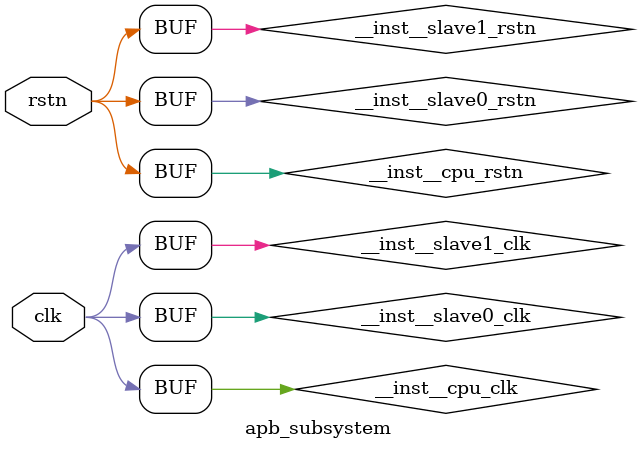
<source format=v>
module apb_subsystem(
input clk,
input rstn
);
    wire   __inst__cpu_clk;
    assign __inst__cpu_clk = clk; 
    wire   __inst__cpu_rstn;
    assign __inst__cpu_rstn = rstn; 
    wire   __inst__slave0_clk;
    assign __inst__slave0_clk = clk; 
    wire   __inst__slave0_rstn;
    assign __inst__slave0_rstn = rstn; 
    wire   __inst__slave1_clk;
    assign __inst__slave1_clk = clk; 
    wire   __inst__slave1_rstn;
    assign __inst__slave1_rstn = rstn; 

    localparam N_ENDPOINTS = 2;
    localparam N_MASTERS = 1;

/*========================================================================================
*===================== Master interfaces =================================================
*========================================================================================*/
    wire [1*N_MASTERS-1:0] m_penable;
    wire [1*N_MASTERS-1:0] m_pwrite;
    wire [32*N_MASTERS-1:0] m_paddr;
    wire [1*N_MASTERS-1:0] m_psel;
    wire [32*N_MASTERS-1:0] m_pwdata;
    wire [32*N_MASTERS-1:0] m_prdata;
    wire [1*N_MASTERS-1:0] m_pready;
    wire [1*N_MASTERS-1:0] m_pslverr;
    wire [4*N_MASTERS-1:0] m_pstrb;

/*========================================================================================
*===================== Endpoint interfaces ===============================================
*========================================================================================*/
    wire [1-1:0] ep_penable;
    wire [1-1:0] ep_pwrite;
    wire [32-1:0] ep_paddr;
    wire [1*N_ENDPOINTS-1:0] ep_psel;
    wire [32-1:0] ep_pwdata;
    wire [32*N_ENDPOINTS-1:0] ep_prdata;
    wire [1*N_ENDPOINTS-1:0] ep_pready;
    wire [1*N_ENDPOINTS-1:0] ep_pslverr;
    wire [4-1:0] ep_pstrb;

/*========================================================================================
*===================== Masters instantiations ============================================
*========================================================================================*/
    apb_master #(

    ) cpu(
        .clk(__inst__cpu_clk),
        .rstn(__inst__cpu_rstn),
        .m_penable(m_penable[0 +: 1]), 
        .m_pwrite(m_pwrite[0 +: 1]), 
        .m_paddr(m_paddr[0 +: 32]), 
        .m_psel(m_psel[0 +: 1]), 
        .m_pwdata(m_pwdata[0 +: 32]), 
        .m_prdata(m_prdata[0 +: 32]), 
        .m_pready(m_pready[0 +: 1]), 
        .m_pslverr(m_pslverr[0 +: 1]), 
        .m_pstrb(m_pstrb[0 +: 4])


    );


/*========================================================================================
*===================== Interconnect instantiations =======================================
*========================================================================================*/
    apb_interconnect #(
        .ADDR_WIDTH(32),
        .DATA_WIDTH(32),
        .N_MASTERS(N_MASTERS),
        .N_SLAVES(N_ENDPOINTS),
        .MEM_MAP( {  32'h00000400, 32'h00000800, 32'h00010000, 32'h0001fa00 } )
    ) apb_interconnect (
        // Master to interconnect slave ports
        .s_penable(m_penable),
        .s_pwrite(m_pwrite),
        .s_paddr(m_paddr),
        .s_psel(m_psel),
        .s_pwdata(m_pwdata),
        .s_prdata(m_prdata),
        .s_pready(m_pready),
        .s_pslverr(m_pslverr),
        .s_pstrb(m_pstrb),
        // Interconnect master ports to endpoints 
        .m_penable(ep_penable), 
        .m_pwrite(ep_pwrite), 
        .m_paddr(ep_paddr), 
        .m_psel(ep_psel), 
        .m_pwdata(ep_pwdata), 
        .m_prdata(ep_prdata), 
        .m_pready(ep_pready), 
        .m_pslverr(ep_pslverr), 
        .m_pstrb(ep_pstrb)

    );

/*========================================================================================
*===================== Slaves instantiations =============================================
*========================================================================================*/
    simple_apb_slave #(
        .ADDR_WIDTH(32), 
        .DATA_WIDTH(32), 
        .MEM_SIZE(1024), 
        .ID(0)

    ) slave0 (
        .clk(__inst__slave0_clk),
        .rstn(__inst__slave0_rstn),

        .s_penable(ep_penable[0 +: 1]), 
        .s_pwrite(ep_pwrite[0 +: 1]), 
        .s_paddr(ep_paddr[0 +: 32]), 
        .s_psel(ep_psel[0 +: 1]), 
        .s_pwdata(ep_pwdata[0 +: 32]), 
        .s_prdata(ep_prdata[0 +: 32]), 
        .s_pready(ep_pready[0 +: 1]), 
        .s_pslverr(ep_pslverr[0 +: 1]), 
        .s_pstrb(ep_pstrb[0 +: 4])

    );
    simple_apb_slave #(
        .ADDR_WIDTH(32), 
        .DATA_WIDTH(32), 
        .MEM_SIZE(64000), 
        .ID(1)

    ) slave1 (
        .clk(__inst__slave1_clk),
        .rstn(__inst__slave1_rstn),

        .s_penable(ep_penable[0 +: 1]), 
        .s_pwrite(ep_pwrite[0 +: 1]), 
        .s_paddr(ep_paddr[0 +: 32]), 
        .s_psel(ep_psel[1 +: 1]), 
        .s_pwdata(ep_pwdata[0 +: 32]), 
        .s_prdata(ep_prdata[32 +: 32]), 
        .s_pready(ep_pready[1 +: 1]), 
        .s_pslverr(ep_pslverr[1 +: 1]), 
        .s_pstrb(ep_pstrb[0 +: 4])

    );

/*========================================================================================
*===================== Adapters instantiation ============================================
*========================================================================================*/
/*========================================================================================
*===================== Subsystems instantiations =========================================
*========================================================================================*/


endmodule

</source>
